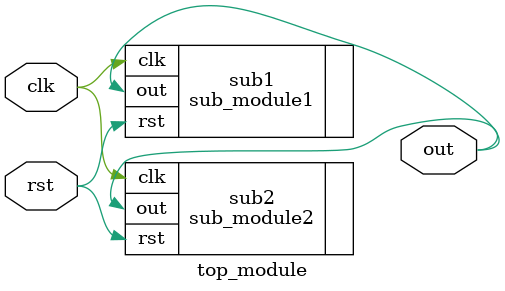
<source format=sv>
module top_module (
    input wire clk,
    input wire rst,
    output wire out
);
    sub_module1 sub1 (
        .clk(clk),
        .rst(rst),
        .out(out)
    );

    sub_module2 sub2 (
        .clk(clk),
        .rst(rst),
        .out(out)
    );
endmodule
</source>
